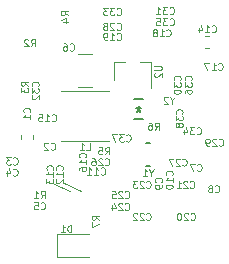
<source format=gbo>
G04 #@! TF.GenerationSoftware,KiCad,Pcbnew,(5.1.5)-3*
G04 #@! TF.CreationDate,2020-04-11T20:19:15+09:00*
G04 #@! TF.ProjectId,imxrt1020-breakout,696d7872-7431-4303-9230-2d627265616b,rev?*
G04 #@! TF.SameCoordinates,Original*
G04 #@! TF.FileFunction,Legend,Bot*
G04 #@! TF.FilePolarity,Positive*
%FSLAX46Y46*%
G04 Gerber Fmt 4.6, Leading zero omitted, Abs format (unit mm)*
G04 Created by KiCad (PCBNEW (5.1.5)-3) date 2020-04-11 20:19:15*
%MOMM*%
%LPD*%
G04 APERTURE LIST*
%ADD10C,0.100000*%
%ADD11C,0.152400*%
%ADD12C,0.120000*%
%ADD13C,0.150000*%
G04 APERTURE END LIST*
D10*
X140550000Y-103850000D02*
X141850000Y-104500000D01*
X141400000Y-103800000D02*
X142800000Y-104500000D01*
D11*
G04 #@! TO.C,Y2*
X147263440Y-96643700D02*
X148096560Y-96643700D01*
X148096560Y-98396300D02*
X147263440Y-98396300D01*
G04 #@! TO.C,Y1*
X148323164Y-100372100D02*
X148616836Y-100372100D01*
X148616836Y-102327900D02*
X148323164Y-102327900D01*
D12*
G04 #@! TO.C,C1*
X138760000Y-100062779D02*
X138760000Y-99737221D01*
X137740000Y-100062779D02*
X137740000Y-99737221D01*
G04 #@! TO.C,C14*
X153327221Y-92340000D02*
X153652779Y-92340000D01*
X153327221Y-91320000D02*
X153652779Y-91320000D01*
G04 #@! TO.C,L1*
X141150000Y-96000000D02*
X145150000Y-96000000D01*
X141150000Y-100200000D02*
X145150000Y-100200000D01*
G04 #@! TO.C,C6*
X143752064Y-92900000D02*
X142547936Y-92900000D01*
X143752064Y-95620000D02*
X142547936Y-95620000D01*
G04 #@! TO.C,D1*
X143460000Y-110050000D02*
X140775000Y-110050000D01*
X140775000Y-110050000D02*
X140775000Y-108130000D01*
X140775000Y-108130000D02*
X143460000Y-108130000D01*
G04 #@! TO.C,U2*
X145600000Y-93570000D02*
X146530000Y-93570000D01*
X148760000Y-93570000D02*
X147830000Y-93570000D01*
X148760000Y-93570000D02*
X148760000Y-95730000D01*
X145600000Y-93570000D02*
X145600000Y-95030000D01*
G04 #@! TO.C,Y2*
D10*
X150535714Y-96785714D02*
X150535714Y-97071428D01*
X150735714Y-96471428D02*
X150535714Y-96785714D01*
X150335714Y-96471428D01*
X150164285Y-96528571D02*
X150135714Y-96500000D01*
X150078571Y-96471428D01*
X149935714Y-96471428D01*
X149878571Y-96500000D01*
X149850000Y-96528571D01*
X149821428Y-96585714D01*
X149821428Y-96642857D01*
X149850000Y-96728571D01*
X150192857Y-97071428D01*
X149821428Y-97071428D01*
D13*
X147680000Y-97302380D02*
X147680000Y-97540476D01*
X147918095Y-97445238D02*
X147680000Y-97540476D01*
X147441904Y-97445238D01*
X147822857Y-97730952D02*
X147680000Y-97540476D01*
X147537142Y-97730952D01*
G04 #@! TO.C,Y1*
D10*
X148755714Y-102935714D02*
X148755714Y-103221428D01*
X148955714Y-102621428D02*
X148755714Y-102935714D01*
X148555714Y-102621428D01*
X148041428Y-103221428D02*
X148384285Y-103221428D01*
X148212857Y-103221428D02*
X148212857Y-102621428D01*
X148270000Y-102707142D01*
X148327142Y-102764285D01*
X148384285Y-102792857D01*
G04 #@! TO.C,C1*
X138464285Y-97800000D02*
X138492857Y-97771428D01*
X138521428Y-97685714D01*
X138521428Y-97628571D01*
X138492857Y-97542857D01*
X138435714Y-97485714D01*
X138378571Y-97457142D01*
X138264285Y-97428571D01*
X138178571Y-97428571D01*
X138064285Y-97457142D01*
X138007142Y-97485714D01*
X137950000Y-97542857D01*
X137921428Y-97628571D01*
X137921428Y-97685714D01*
X137950000Y-97771428D01*
X137978571Y-97800000D01*
X138521428Y-98371428D02*
X138521428Y-98028571D01*
X138521428Y-98200000D02*
X137921428Y-98200000D01*
X138007142Y-98142857D01*
X138064285Y-98085714D01*
X138092857Y-98028571D01*
G04 #@! TO.C,C4*
X137060000Y-103114285D02*
X137088571Y-103142857D01*
X137174285Y-103171428D01*
X137231428Y-103171428D01*
X137317142Y-103142857D01*
X137374285Y-103085714D01*
X137402857Y-103028571D01*
X137431428Y-102914285D01*
X137431428Y-102828571D01*
X137402857Y-102714285D01*
X137374285Y-102657142D01*
X137317142Y-102600000D01*
X137231428Y-102571428D01*
X137174285Y-102571428D01*
X137088571Y-102600000D01*
X137060000Y-102628571D01*
X136545714Y-102771428D02*
X136545714Y-103171428D01*
X136688571Y-102542857D02*
X136831428Y-102971428D01*
X136460000Y-102971428D01*
G04 #@! TO.C,C5*
X139400000Y-105964285D02*
X139428571Y-105992857D01*
X139514285Y-106021428D01*
X139571428Y-106021428D01*
X139657142Y-105992857D01*
X139714285Y-105935714D01*
X139742857Y-105878571D01*
X139771428Y-105764285D01*
X139771428Y-105678571D01*
X139742857Y-105564285D01*
X139714285Y-105507142D01*
X139657142Y-105450000D01*
X139571428Y-105421428D01*
X139514285Y-105421428D01*
X139428571Y-105450000D01*
X139400000Y-105478571D01*
X138857142Y-105421428D02*
X139142857Y-105421428D01*
X139171428Y-105707142D01*
X139142857Y-105678571D01*
X139085714Y-105650000D01*
X138942857Y-105650000D01*
X138885714Y-105678571D01*
X138857142Y-105707142D01*
X138828571Y-105764285D01*
X138828571Y-105907142D01*
X138857142Y-105964285D01*
X138885714Y-105992857D01*
X138942857Y-106021428D01*
X139085714Y-106021428D01*
X139142857Y-105992857D01*
X139171428Y-105964285D01*
G04 #@! TO.C,C8*
X154150000Y-104514285D02*
X154178571Y-104542857D01*
X154264285Y-104571428D01*
X154321428Y-104571428D01*
X154407142Y-104542857D01*
X154464285Y-104485714D01*
X154492857Y-104428571D01*
X154521428Y-104314285D01*
X154521428Y-104228571D01*
X154492857Y-104114285D01*
X154464285Y-104057142D01*
X154407142Y-104000000D01*
X154321428Y-103971428D01*
X154264285Y-103971428D01*
X154178571Y-104000000D01*
X154150000Y-104028571D01*
X153807142Y-104228571D02*
X153864285Y-104200000D01*
X153892857Y-104171428D01*
X153921428Y-104114285D01*
X153921428Y-104085714D01*
X153892857Y-104028571D01*
X153864285Y-104000000D01*
X153807142Y-103971428D01*
X153692857Y-103971428D01*
X153635714Y-104000000D01*
X153607142Y-104028571D01*
X153578571Y-104085714D01*
X153578571Y-104114285D01*
X153607142Y-104171428D01*
X153635714Y-104200000D01*
X153692857Y-104228571D01*
X153807142Y-104228571D01*
X153864285Y-104257142D01*
X153892857Y-104285714D01*
X153921428Y-104342857D01*
X153921428Y-104457142D01*
X153892857Y-104514285D01*
X153864285Y-104542857D01*
X153807142Y-104571428D01*
X153692857Y-104571428D01*
X153635714Y-104542857D01*
X153607142Y-104514285D01*
X153578571Y-104457142D01*
X153578571Y-104342857D01*
X153607142Y-104285714D01*
X153635714Y-104257142D01*
X153692857Y-104228571D01*
G04 #@! TO.C,C10*
X150514285Y-103114285D02*
X150542857Y-103085714D01*
X150571428Y-103000000D01*
X150571428Y-102942857D01*
X150542857Y-102857142D01*
X150485714Y-102800000D01*
X150428571Y-102771428D01*
X150314285Y-102742857D01*
X150228571Y-102742857D01*
X150114285Y-102771428D01*
X150057142Y-102800000D01*
X150000000Y-102857142D01*
X149971428Y-102942857D01*
X149971428Y-103000000D01*
X150000000Y-103085714D01*
X150028571Y-103114285D01*
X150571428Y-103685714D02*
X150571428Y-103342857D01*
X150571428Y-103514285D02*
X149971428Y-103514285D01*
X150057142Y-103457142D01*
X150114285Y-103400000D01*
X150142857Y-103342857D01*
X149971428Y-104057142D02*
X149971428Y-104114285D01*
X150000000Y-104171428D01*
X150028571Y-104200000D01*
X150085714Y-104228571D01*
X150200000Y-104257142D01*
X150342857Y-104257142D01*
X150457142Y-104228571D01*
X150514285Y-104200000D01*
X150542857Y-104171428D01*
X150571428Y-104114285D01*
X150571428Y-104057142D01*
X150542857Y-104000000D01*
X150514285Y-103971428D01*
X150457142Y-103942857D01*
X150342857Y-103914285D01*
X150200000Y-103914285D01*
X150085714Y-103942857D01*
X150028571Y-103971428D01*
X150000000Y-104000000D01*
X149971428Y-104057142D01*
G04 #@! TO.C,C11*
X144485714Y-103014285D02*
X144514285Y-103042857D01*
X144600000Y-103071428D01*
X144657142Y-103071428D01*
X144742857Y-103042857D01*
X144800000Y-102985714D01*
X144828571Y-102928571D01*
X144857142Y-102814285D01*
X144857142Y-102728571D01*
X144828571Y-102614285D01*
X144800000Y-102557142D01*
X144742857Y-102500000D01*
X144657142Y-102471428D01*
X144600000Y-102471428D01*
X144514285Y-102500000D01*
X144485714Y-102528571D01*
X143914285Y-103071428D02*
X144257142Y-103071428D01*
X144085714Y-103071428D02*
X144085714Y-102471428D01*
X144142857Y-102557142D01*
X144200000Y-102614285D01*
X144257142Y-102642857D01*
X143342857Y-103071428D02*
X143685714Y-103071428D01*
X143514285Y-103071428D02*
X143514285Y-102471428D01*
X143571428Y-102557142D01*
X143628571Y-102614285D01*
X143685714Y-102642857D01*
G04 #@! TO.C,C13*
X140414285Y-102664285D02*
X140442857Y-102635714D01*
X140471428Y-102550000D01*
X140471428Y-102492857D01*
X140442857Y-102407142D01*
X140385714Y-102350000D01*
X140328571Y-102321428D01*
X140214285Y-102292857D01*
X140128571Y-102292857D01*
X140014285Y-102321428D01*
X139957142Y-102350000D01*
X139900000Y-102407142D01*
X139871428Y-102492857D01*
X139871428Y-102550000D01*
X139900000Y-102635714D01*
X139928571Y-102664285D01*
X140471428Y-103235714D02*
X140471428Y-102892857D01*
X140471428Y-103064285D02*
X139871428Y-103064285D01*
X139957142Y-103007142D01*
X140014285Y-102950000D01*
X140042857Y-102892857D01*
X139871428Y-103435714D02*
X139871428Y-103807142D01*
X140100000Y-103607142D01*
X140100000Y-103692857D01*
X140128571Y-103750000D01*
X140157142Y-103778571D01*
X140214285Y-103807142D01*
X140357142Y-103807142D01*
X140414285Y-103778571D01*
X140442857Y-103750000D01*
X140471428Y-103692857D01*
X140471428Y-103521428D01*
X140442857Y-103464285D01*
X140414285Y-103435714D01*
G04 #@! TO.C,C14*
X153875714Y-90964285D02*
X153904285Y-90992857D01*
X153990000Y-91021428D01*
X154047142Y-91021428D01*
X154132857Y-90992857D01*
X154190000Y-90935714D01*
X154218571Y-90878571D01*
X154247142Y-90764285D01*
X154247142Y-90678571D01*
X154218571Y-90564285D01*
X154190000Y-90507142D01*
X154132857Y-90450000D01*
X154047142Y-90421428D01*
X153990000Y-90421428D01*
X153904285Y-90450000D01*
X153875714Y-90478571D01*
X153304285Y-91021428D02*
X153647142Y-91021428D01*
X153475714Y-91021428D02*
X153475714Y-90421428D01*
X153532857Y-90507142D01*
X153590000Y-90564285D01*
X153647142Y-90592857D01*
X152790000Y-90621428D02*
X152790000Y-91021428D01*
X152932857Y-90392857D02*
X153075714Y-90821428D01*
X152704285Y-90821428D01*
G04 #@! TO.C,C15*
X140335714Y-98514285D02*
X140364285Y-98542857D01*
X140450000Y-98571428D01*
X140507142Y-98571428D01*
X140592857Y-98542857D01*
X140650000Y-98485714D01*
X140678571Y-98428571D01*
X140707142Y-98314285D01*
X140707142Y-98228571D01*
X140678571Y-98114285D01*
X140650000Y-98057142D01*
X140592857Y-98000000D01*
X140507142Y-97971428D01*
X140450000Y-97971428D01*
X140364285Y-98000000D01*
X140335714Y-98028571D01*
X139764285Y-98571428D02*
X140107142Y-98571428D01*
X139935714Y-98571428D02*
X139935714Y-97971428D01*
X139992857Y-98057142D01*
X140050000Y-98114285D01*
X140107142Y-98142857D01*
X139221428Y-97971428D02*
X139507142Y-97971428D01*
X139535714Y-98257142D01*
X139507142Y-98228571D01*
X139450000Y-98200000D01*
X139307142Y-98200000D01*
X139250000Y-98228571D01*
X139221428Y-98257142D01*
X139192857Y-98314285D01*
X139192857Y-98457142D01*
X139221428Y-98514285D01*
X139250000Y-98542857D01*
X139307142Y-98571428D01*
X139450000Y-98571428D01*
X139507142Y-98542857D01*
X139535714Y-98514285D01*
G04 #@! TO.C,C16*
X143164285Y-101614285D02*
X143192857Y-101585714D01*
X143221428Y-101500000D01*
X143221428Y-101442857D01*
X143192857Y-101357142D01*
X143135714Y-101300000D01*
X143078571Y-101271428D01*
X142964285Y-101242857D01*
X142878571Y-101242857D01*
X142764285Y-101271428D01*
X142707142Y-101300000D01*
X142650000Y-101357142D01*
X142621428Y-101442857D01*
X142621428Y-101500000D01*
X142650000Y-101585714D01*
X142678571Y-101614285D01*
X143221428Y-102185714D02*
X143221428Y-101842857D01*
X143221428Y-102014285D02*
X142621428Y-102014285D01*
X142707142Y-101957142D01*
X142764285Y-101900000D01*
X142792857Y-101842857D01*
X142621428Y-102700000D02*
X142621428Y-102585714D01*
X142650000Y-102528571D01*
X142678571Y-102500000D01*
X142764285Y-102442857D01*
X142878571Y-102414285D01*
X143107142Y-102414285D01*
X143164285Y-102442857D01*
X143192857Y-102471428D01*
X143221428Y-102528571D01*
X143221428Y-102642857D01*
X143192857Y-102700000D01*
X143164285Y-102728571D01*
X143107142Y-102757142D01*
X142964285Y-102757142D01*
X142907142Y-102728571D01*
X142878571Y-102700000D01*
X142850000Y-102642857D01*
X142850000Y-102528571D01*
X142878571Y-102471428D01*
X142907142Y-102442857D01*
X142964285Y-102414285D01*
G04 #@! TO.C,C17*
X154425714Y-94164285D02*
X154454285Y-94192857D01*
X154540000Y-94221428D01*
X154597142Y-94221428D01*
X154682857Y-94192857D01*
X154740000Y-94135714D01*
X154768571Y-94078571D01*
X154797142Y-93964285D01*
X154797142Y-93878571D01*
X154768571Y-93764285D01*
X154740000Y-93707142D01*
X154682857Y-93650000D01*
X154597142Y-93621428D01*
X154540000Y-93621428D01*
X154454285Y-93650000D01*
X154425714Y-93678571D01*
X153854285Y-94221428D02*
X154197142Y-94221428D01*
X154025714Y-94221428D02*
X154025714Y-93621428D01*
X154082857Y-93707142D01*
X154140000Y-93764285D01*
X154197142Y-93792857D01*
X153654285Y-93621428D02*
X153254285Y-93621428D01*
X153511428Y-94221428D01*
G04 #@! TO.C,C18*
X150035714Y-91314285D02*
X150064285Y-91342857D01*
X150150000Y-91371428D01*
X150207142Y-91371428D01*
X150292857Y-91342857D01*
X150350000Y-91285714D01*
X150378571Y-91228571D01*
X150407142Y-91114285D01*
X150407142Y-91028571D01*
X150378571Y-90914285D01*
X150350000Y-90857142D01*
X150292857Y-90800000D01*
X150207142Y-90771428D01*
X150150000Y-90771428D01*
X150064285Y-90800000D01*
X150035714Y-90828571D01*
X149464285Y-91371428D02*
X149807142Y-91371428D01*
X149635714Y-91371428D02*
X149635714Y-90771428D01*
X149692857Y-90857142D01*
X149750000Y-90914285D01*
X149807142Y-90942857D01*
X149121428Y-91028571D02*
X149178571Y-91000000D01*
X149207142Y-90971428D01*
X149235714Y-90914285D01*
X149235714Y-90885714D01*
X149207142Y-90828571D01*
X149178571Y-90800000D01*
X149121428Y-90771428D01*
X149007142Y-90771428D01*
X148950000Y-90800000D01*
X148921428Y-90828571D01*
X148892857Y-90885714D01*
X148892857Y-90914285D01*
X148921428Y-90971428D01*
X148950000Y-91000000D01*
X149007142Y-91028571D01*
X149121428Y-91028571D01*
X149178571Y-91057142D01*
X149207142Y-91085714D01*
X149235714Y-91142857D01*
X149235714Y-91257142D01*
X149207142Y-91314285D01*
X149178571Y-91342857D01*
X149121428Y-91371428D01*
X149007142Y-91371428D01*
X148950000Y-91342857D01*
X148921428Y-91314285D01*
X148892857Y-91257142D01*
X148892857Y-91142857D01*
X148921428Y-91085714D01*
X148950000Y-91057142D01*
X149007142Y-91028571D01*
G04 #@! TO.C,C19*
X145835714Y-91614285D02*
X145864285Y-91642857D01*
X145950000Y-91671428D01*
X146007142Y-91671428D01*
X146092857Y-91642857D01*
X146150000Y-91585714D01*
X146178571Y-91528571D01*
X146207142Y-91414285D01*
X146207142Y-91328571D01*
X146178571Y-91214285D01*
X146150000Y-91157142D01*
X146092857Y-91100000D01*
X146007142Y-91071428D01*
X145950000Y-91071428D01*
X145864285Y-91100000D01*
X145835714Y-91128571D01*
X145264285Y-91671428D02*
X145607142Y-91671428D01*
X145435714Y-91671428D02*
X145435714Y-91071428D01*
X145492857Y-91157142D01*
X145550000Y-91214285D01*
X145607142Y-91242857D01*
X144978571Y-91671428D02*
X144864285Y-91671428D01*
X144807142Y-91642857D01*
X144778571Y-91614285D01*
X144721428Y-91528571D01*
X144692857Y-91414285D01*
X144692857Y-91185714D01*
X144721428Y-91128571D01*
X144750000Y-91100000D01*
X144807142Y-91071428D01*
X144921428Y-91071428D01*
X144978571Y-91100000D01*
X145007142Y-91128571D01*
X145035714Y-91185714D01*
X145035714Y-91328571D01*
X145007142Y-91385714D01*
X144978571Y-91414285D01*
X144921428Y-91442857D01*
X144807142Y-91442857D01*
X144750000Y-91414285D01*
X144721428Y-91385714D01*
X144692857Y-91328571D01*
G04 #@! TO.C,C21*
X152035714Y-104164285D02*
X152064285Y-104192857D01*
X152150000Y-104221428D01*
X152207142Y-104221428D01*
X152292857Y-104192857D01*
X152350000Y-104135714D01*
X152378571Y-104078571D01*
X152407142Y-103964285D01*
X152407142Y-103878571D01*
X152378571Y-103764285D01*
X152350000Y-103707142D01*
X152292857Y-103650000D01*
X152207142Y-103621428D01*
X152150000Y-103621428D01*
X152064285Y-103650000D01*
X152035714Y-103678571D01*
X151807142Y-103678571D02*
X151778571Y-103650000D01*
X151721428Y-103621428D01*
X151578571Y-103621428D01*
X151521428Y-103650000D01*
X151492857Y-103678571D01*
X151464285Y-103735714D01*
X151464285Y-103792857D01*
X151492857Y-103878571D01*
X151835714Y-104221428D01*
X151464285Y-104221428D01*
X150892857Y-104221428D02*
X151235714Y-104221428D01*
X151064285Y-104221428D02*
X151064285Y-103621428D01*
X151121428Y-103707142D01*
X151178571Y-103764285D01*
X151235714Y-103792857D01*
G04 #@! TO.C,C23*
X148335714Y-104164285D02*
X148364285Y-104192857D01*
X148450000Y-104221428D01*
X148507142Y-104221428D01*
X148592857Y-104192857D01*
X148650000Y-104135714D01*
X148678571Y-104078571D01*
X148707142Y-103964285D01*
X148707142Y-103878571D01*
X148678571Y-103764285D01*
X148650000Y-103707142D01*
X148592857Y-103650000D01*
X148507142Y-103621428D01*
X148450000Y-103621428D01*
X148364285Y-103650000D01*
X148335714Y-103678571D01*
X148107142Y-103678571D02*
X148078571Y-103650000D01*
X148021428Y-103621428D01*
X147878571Y-103621428D01*
X147821428Y-103650000D01*
X147792857Y-103678571D01*
X147764285Y-103735714D01*
X147764285Y-103792857D01*
X147792857Y-103878571D01*
X148135714Y-104221428D01*
X147764285Y-104221428D01*
X147564285Y-103621428D02*
X147192857Y-103621428D01*
X147392857Y-103850000D01*
X147307142Y-103850000D01*
X147250000Y-103878571D01*
X147221428Y-103907142D01*
X147192857Y-103964285D01*
X147192857Y-104107142D01*
X147221428Y-104164285D01*
X147250000Y-104192857D01*
X147307142Y-104221428D01*
X147478571Y-104221428D01*
X147535714Y-104192857D01*
X147564285Y-104164285D01*
G04 #@! TO.C,C25*
X146535714Y-105014285D02*
X146564285Y-105042857D01*
X146650000Y-105071428D01*
X146707142Y-105071428D01*
X146792857Y-105042857D01*
X146850000Y-104985714D01*
X146878571Y-104928571D01*
X146907142Y-104814285D01*
X146907142Y-104728571D01*
X146878571Y-104614285D01*
X146850000Y-104557142D01*
X146792857Y-104500000D01*
X146707142Y-104471428D01*
X146650000Y-104471428D01*
X146564285Y-104500000D01*
X146535714Y-104528571D01*
X146307142Y-104528571D02*
X146278571Y-104500000D01*
X146221428Y-104471428D01*
X146078571Y-104471428D01*
X146021428Y-104500000D01*
X145992857Y-104528571D01*
X145964285Y-104585714D01*
X145964285Y-104642857D01*
X145992857Y-104728571D01*
X146335714Y-105071428D01*
X145964285Y-105071428D01*
X145421428Y-104471428D02*
X145707142Y-104471428D01*
X145735714Y-104757142D01*
X145707142Y-104728571D01*
X145650000Y-104700000D01*
X145507142Y-104700000D01*
X145450000Y-104728571D01*
X145421428Y-104757142D01*
X145392857Y-104814285D01*
X145392857Y-104957142D01*
X145421428Y-105014285D01*
X145450000Y-105042857D01*
X145507142Y-105071428D01*
X145650000Y-105071428D01*
X145707142Y-105042857D01*
X145735714Y-105014285D01*
G04 #@! TO.C,C2*
X140250000Y-100914285D02*
X140278571Y-100942857D01*
X140364285Y-100971428D01*
X140421428Y-100971428D01*
X140507142Y-100942857D01*
X140564285Y-100885714D01*
X140592857Y-100828571D01*
X140621428Y-100714285D01*
X140621428Y-100628571D01*
X140592857Y-100514285D01*
X140564285Y-100457142D01*
X140507142Y-100400000D01*
X140421428Y-100371428D01*
X140364285Y-100371428D01*
X140278571Y-100400000D01*
X140250000Y-100428571D01*
X140021428Y-100428571D02*
X139992857Y-100400000D01*
X139935714Y-100371428D01*
X139792857Y-100371428D01*
X139735714Y-100400000D01*
X139707142Y-100428571D01*
X139678571Y-100485714D01*
X139678571Y-100542857D01*
X139707142Y-100628571D01*
X140050000Y-100971428D01*
X139678571Y-100971428D01*
G04 #@! TO.C,C3*
X137060000Y-102164285D02*
X137088571Y-102192857D01*
X137174285Y-102221428D01*
X137231428Y-102221428D01*
X137317142Y-102192857D01*
X137374285Y-102135714D01*
X137402857Y-102078571D01*
X137431428Y-101964285D01*
X137431428Y-101878571D01*
X137402857Y-101764285D01*
X137374285Y-101707142D01*
X137317142Y-101650000D01*
X137231428Y-101621428D01*
X137174285Y-101621428D01*
X137088571Y-101650000D01*
X137060000Y-101678571D01*
X136860000Y-101621428D02*
X136488571Y-101621428D01*
X136688571Y-101850000D01*
X136602857Y-101850000D01*
X136545714Y-101878571D01*
X136517142Y-101907142D01*
X136488571Y-101964285D01*
X136488571Y-102107142D01*
X136517142Y-102164285D01*
X136545714Y-102192857D01*
X136602857Y-102221428D01*
X136774285Y-102221428D01*
X136831428Y-102192857D01*
X136860000Y-102164285D01*
G04 #@! TO.C,C7*
X152650000Y-102714285D02*
X152678571Y-102742857D01*
X152764285Y-102771428D01*
X152821428Y-102771428D01*
X152907142Y-102742857D01*
X152964285Y-102685714D01*
X152992857Y-102628571D01*
X153021428Y-102514285D01*
X153021428Y-102428571D01*
X152992857Y-102314285D01*
X152964285Y-102257142D01*
X152907142Y-102200000D01*
X152821428Y-102171428D01*
X152764285Y-102171428D01*
X152678571Y-102200000D01*
X152650000Y-102228571D01*
X152450000Y-102171428D02*
X152050000Y-102171428D01*
X152307142Y-102771428D01*
G04 #@! TO.C,C9*
X149614285Y-103700000D02*
X149642857Y-103671428D01*
X149671428Y-103585714D01*
X149671428Y-103528571D01*
X149642857Y-103442857D01*
X149585714Y-103385714D01*
X149528571Y-103357142D01*
X149414285Y-103328571D01*
X149328571Y-103328571D01*
X149214285Y-103357142D01*
X149157142Y-103385714D01*
X149100000Y-103442857D01*
X149071428Y-103528571D01*
X149071428Y-103585714D01*
X149100000Y-103671428D01*
X149128571Y-103700000D01*
X149671428Y-103985714D02*
X149671428Y-104100000D01*
X149642857Y-104157142D01*
X149614285Y-104185714D01*
X149528571Y-104242857D01*
X149414285Y-104271428D01*
X149185714Y-104271428D01*
X149128571Y-104242857D01*
X149100000Y-104214285D01*
X149071428Y-104157142D01*
X149071428Y-104042857D01*
X149100000Y-103985714D01*
X149128571Y-103957142D01*
X149185714Y-103928571D01*
X149328571Y-103928571D01*
X149385714Y-103957142D01*
X149414285Y-103985714D01*
X149442857Y-104042857D01*
X149442857Y-104157142D01*
X149414285Y-104214285D01*
X149385714Y-104242857D01*
X149328571Y-104271428D01*
G04 #@! TO.C,C12*
X141214285Y-102664285D02*
X141242857Y-102635714D01*
X141271428Y-102550000D01*
X141271428Y-102492857D01*
X141242857Y-102407142D01*
X141185714Y-102350000D01*
X141128571Y-102321428D01*
X141014285Y-102292857D01*
X140928571Y-102292857D01*
X140814285Y-102321428D01*
X140757142Y-102350000D01*
X140700000Y-102407142D01*
X140671428Y-102492857D01*
X140671428Y-102550000D01*
X140700000Y-102635714D01*
X140728571Y-102664285D01*
X141271428Y-103235714D02*
X141271428Y-102892857D01*
X141271428Y-103064285D02*
X140671428Y-103064285D01*
X140757142Y-103007142D01*
X140814285Y-102950000D01*
X140842857Y-102892857D01*
X140728571Y-103464285D02*
X140700000Y-103492857D01*
X140671428Y-103550000D01*
X140671428Y-103692857D01*
X140700000Y-103750000D01*
X140728571Y-103778571D01*
X140785714Y-103807142D01*
X140842857Y-103807142D01*
X140928571Y-103778571D01*
X141271428Y-103435714D01*
X141271428Y-103807142D01*
G04 #@! TO.C,C20*
X152085714Y-106864285D02*
X152114285Y-106892857D01*
X152200000Y-106921428D01*
X152257142Y-106921428D01*
X152342857Y-106892857D01*
X152400000Y-106835714D01*
X152428571Y-106778571D01*
X152457142Y-106664285D01*
X152457142Y-106578571D01*
X152428571Y-106464285D01*
X152400000Y-106407142D01*
X152342857Y-106350000D01*
X152257142Y-106321428D01*
X152200000Y-106321428D01*
X152114285Y-106350000D01*
X152085714Y-106378571D01*
X151857142Y-106378571D02*
X151828571Y-106350000D01*
X151771428Y-106321428D01*
X151628571Y-106321428D01*
X151571428Y-106350000D01*
X151542857Y-106378571D01*
X151514285Y-106435714D01*
X151514285Y-106492857D01*
X151542857Y-106578571D01*
X151885714Y-106921428D01*
X151514285Y-106921428D01*
X151142857Y-106321428D02*
X151085714Y-106321428D01*
X151028571Y-106350000D01*
X151000000Y-106378571D01*
X150971428Y-106435714D01*
X150942857Y-106550000D01*
X150942857Y-106692857D01*
X150971428Y-106807142D01*
X151000000Y-106864285D01*
X151028571Y-106892857D01*
X151085714Y-106921428D01*
X151142857Y-106921428D01*
X151200000Y-106892857D01*
X151228571Y-106864285D01*
X151257142Y-106807142D01*
X151285714Y-106692857D01*
X151285714Y-106550000D01*
X151257142Y-106435714D01*
X151228571Y-106378571D01*
X151200000Y-106350000D01*
X151142857Y-106321428D01*
G04 #@! TO.C,C22*
X148335714Y-106864285D02*
X148364285Y-106892857D01*
X148450000Y-106921428D01*
X148507142Y-106921428D01*
X148592857Y-106892857D01*
X148650000Y-106835714D01*
X148678571Y-106778571D01*
X148707142Y-106664285D01*
X148707142Y-106578571D01*
X148678571Y-106464285D01*
X148650000Y-106407142D01*
X148592857Y-106350000D01*
X148507142Y-106321428D01*
X148450000Y-106321428D01*
X148364285Y-106350000D01*
X148335714Y-106378571D01*
X148107142Y-106378571D02*
X148078571Y-106350000D01*
X148021428Y-106321428D01*
X147878571Y-106321428D01*
X147821428Y-106350000D01*
X147792857Y-106378571D01*
X147764285Y-106435714D01*
X147764285Y-106492857D01*
X147792857Y-106578571D01*
X148135714Y-106921428D01*
X147764285Y-106921428D01*
X147535714Y-106378571D02*
X147507142Y-106350000D01*
X147450000Y-106321428D01*
X147307142Y-106321428D01*
X147250000Y-106350000D01*
X147221428Y-106378571D01*
X147192857Y-106435714D01*
X147192857Y-106492857D01*
X147221428Y-106578571D01*
X147564285Y-106921428D01*
X147192857Y-106921428D01*
G04 #@! TO.C,C24*
X146535714Y-106014285D02*
X146564285Y-106042857D01*
X146650000Y-106071428D01*
X146707142Y-106071428D01*
X146792857Y-106042857D01*
X146850000Y-105985714D01*
X146878571Y-105928571D01*
X146907142Y-105814285D01*
X146907142Y-105728571D01*
X146878571Y-105614285D01*
X146850000Y-105557142D01*
X146792857Y-105500000D01*
X146707142Y-105471428D01*
X146650000Y-105471428D01*
X146564285Y-105500000D01*
X146535714Y-105528571D01*
X146307142Y-105528571D02*
X146278571Y-105500000D01*
X146221428Y-105471428D01*
X146078571Y-105471428D01*
X146021428Y-105500000D01*
X145992857Y-105528571D01*
X145964285Y-105585714D01*
X145964285Y-105642857D01*
X145992857Y-105728571D01*
X146335714Y-106071428D01*
X145964285Y-106071428D01*
X145450000Y-105671428D02*
X145450000Y-106071428D01*
X145592857Y-105442857D02*
X145735714Y-105871428D01*
X145364285Y-105871428D01*
G04 #@! TO.C,R1*
X139400000Y-105071428D02*
X139600000Y-104785714D01*
X139742857Y-105071428D02*
X139742857Y-104471428D01*
X139514285Y-104471428D01*
X139457142Y-104500000D01*
X139428571Y-104528571D01*
X139400000Y-104585714D01*
X139400000Y-104671428D01*
X139428571Y-104728571D01*
X139457142Y-104757142D01*
X139514285Y-104785714D01*
X139742857Y-104785714D01*
X138828571Y-105071428D02*
X139171428Y-105071428D01*
X139000000Y-105071428D02*
X139000000Y-104471428D01*
X139057142Y-104557142D01*
X139114285Y-104614285D01*
X139171428Y-104642857D01*
G04 #@! TO.C,R2*
X138560000Y-92221428D02*
X138760000Y-91935714D01*
X138902857Y-92221428D02*
X138902857Y-91621428D01*
X138674285Y-91621428D01*
X138617142Y-91650000D01*
X138588571Y-91678571D01*
X138560000Y-91735714D01*
X138560000Y-91821428D01*
X138588571Y-91878571D01*
X138617142Y-91907142D01*
X138674285Y-91935714D01*
X138902857Y-91935714D01*
X138331428Y-91678571D02*
X138302857Y-91650000D01*
X138245714Y-91621428D01*
X138102857Y-91621428D01*
X138045714Y-91650000D01*
X138017142Y-91678571D01*
X137988571Y-91735714D01*
X137988571Y-91792857D01*
X138017142Y-91878571D01*
X138360000Y-92221428D01*
X137988571Y-92221428D01*
G04 #@! TO.C,R3*
X138321428Y-95550000D02*
X138035714Y-95350000D01*
X138321428Y-95207142D02*
X137721428Y-95207142D01*
X137721428Y-95435714D01*
X137750000Y-95492857D01*
X137778571Y-95521428D01*
X137835714Y-95550000D01*
X137921428Y-95550000D01*
X137978571Y-95521428D01*
X138007142Y-95492857D01*
X138035714Y-95435714D01*
X138035714Y-95207142D01*
X137721428Y-95750000D02*
X137721428Y-96121428D01*
X137950000Y-95921428D01*
X137950000Y-96007142D01*
X137978571Y-96064285D01*
X138007142Y-96092857D01*
X138064285Y-96121428D01*
X138207142Y-96121428D01*
X138264285Y-96092857D01*
X138292857Y-96064285D01*
X138321428Y-96007142D01*
X138321428Y-95835714D01*
X138292857Y-95778571D01*
X138264285Y-95750000D01*
G04 #@! TO.C,R4*
X141721428Y-89600000D02*
X141435714Y-89400000D01*
X141721428Y-89257142D02*
X141121428Y-89257142D01*
X141121428Y-89485714D01*
X141150000Y-89542857D01*
X141178571Y-89571428D01*
X141235714Y-89600000D01*
X141321428Y-89600000D01*
X141378571Y-89571428D01*
X141407142Y-89542857D01*
X141435714Y-89485714D01*
X141435714Y-89257142D01*
X141321428Y-90114285D02*
X141721428Y-90114285D01*
X141092857Y-89971428D02*
X141521428Y-89828571D01*
X141521428Y-90200000D01*
G04 #@! TO.C,L1*
X143250000Y-101021428D02*
X143535714Y-101021428D01*
X143535714Y-100421428D01*
X142735714Y-101021428D02*
X143078571Y-101021428D01*
X142907142Y-101021428D02*
X142907142Y-100421428D01*
X142964285Y-100507142D01*
X143021428Y-100564285D01*
X143078571Y-100592857D01*
G04 #@! TO.C,C6*
X141850000Y-92514285D02*
X141878571Y-92542857D01*
X141964285Y-92571428D01*
X142021428Y-92571428D01*
X142107142Y-92542857D01*
X142164285Y-92485714D01*
X142192857Y-92428571D01*
X142221428Y-92314285D01*
X142221428Y-92228571D01*
X142192857Y-92114285D01*
X142164285Y-92057142D01*
X142107142Y-92000000D01*
X142021428Y-91971428D01*
X141964285Y-91971428D01*
X141878571Y-92000000D01*
X141850000Y-92028571D01*
X141335714Y-91971428D02*
X141450000Y-91971428D01*
X141507142Y-92000000D01*
X141535714Y-92028571D01*
X141592857Y-92114285D01*
X141621428Y-92228571D01*
X141621428Y-92457142D01*
X141592857Y-92514285D01*
X141564285Y-92542857D01*
X141507142Y-92571428D01*
X141392857Y-92571428D01*
X141335714Y-92542857D01*
X141307142Y-92514285D01*
X141278571Y-92457142D01*
X141278571Y-92314285D01*
X141307142Y-92257142D01*
X141335714Y-92228571D01*
X141392857Y-92200000D01*
X141507142Y-92200000D01*
X141564285Y-92228571D01*
X141592857Y-92257142D01*
X141621428Y-92314285D01*
G04 #@! TO.C,C26*
X144835714Y-102244285D02*
X144864285Y-102272857D01*
X144950000Y-102301428D01*
X145007142Y-102301428D01*
X145092857Y-102272857D01*
X145150000Y-102215714D01*
X145178571Y-102158571D01*
X145207142Y-102044285D01*
X145207142Y-101958571D01*
X145178571Y-101844285D01*
X145150000Y-101787142D01*
X145092857Y-101730000D01*
X145007142Y-101701428D01*
X144950000Y-101701428D01*
X144864285Y-101730000D01*
X144835714Y-101758571D01*
X144607142Y-101758571D02*
X144578571Y-101730000D01*
X144521428Y-101701428D01*
X144378571Y-101701428D01*
X144321428Y-101730000D01*
X144292857Y-101758571D01*
X144264285Y-101815714D01*
X144264285Y-101872857D01*
X144292857Y-101958571D01*
X144635714Y-102301428D01*
X144264285Y-102301428D01*
X143750000Y-101701428D02*
X143864285Y-101701428D01*
X143921428Y-101730000D01*
X143950000Y-101758571D01*
X144007142Y-101844285D01*
X144035714Y-101958571D01*
X144035714Y-102187142D01*
X144007142Y-102244285D01*
X143978571Y-102272857D01*
X143921428Y-102301428D01*
X143807142Y-102301428D01*
X143750000Y-102272857D01*
X143721428Y-102244285D01*
X143692857Y-102187142D01*
X143692857Y-102044285D01*
X143721428Y-101987142D01*
X143750000Y-101958571D01*
X143807142Y-101930000D01*
X143921428Y-101930000D01*
X143978571Y-101958571D01*
X144007142Y-101987142D01*
X144035714Y-102044285D01*
G04 #@! TO.C,C27*
X151385714Y-102264285D02*
X151414285Y-102292857D01*
X151500000Y-102321428D01*
X151557142Y-102321428D01*
X151642857Y-102292857D01*
X151700000Y-102235714D01*
X151728571Y-102178571D01*
X151757142Y-102064285D01*
X151757142Y-101978571D01*
X151728571Y-101864285D01*
X151700000Y-101807142D01*
X151642857Y-101750000D01*
X151557142Y-101721428D01*
X151500000Y-101721428D01*
X151414285Y-101750000D01*
X151385714Y-101778571D01*
X151157142Y-101778571D02*
X151128571Y-101750000D01*
X151071428Y-101721428D01*
X150928571Y-101721428D01*
X150871428Y-101750000D01*
X150842857Y-101778571D01*
X150814285Y-101835714D01*
X150814285Y-101892857D01*
X150842857Y-101978571D01*
X151185714Y-102321428D01*
X150814285Y-102321428D01*
X150614285Y-101721428D02*
X150214285Y-101721428D01*
X150471428Y-102321428D01*
G04 #@! TO.C,R5*
X144850000Y-101361428D02*
X145050000Y-101075714D01*
X145192857Y-101361428D02*
X145192857Y-100761428D01*
X144964285Y-100761428D01*
X144907142Y-100790000D01*
X144878571Y-100818571D01*
X144850000Y-100875714D01*
X144850000Y-100961428D01*
X144878571Y-101018571D01*
X144907142Y-101047142D01*
X144964285Y-101075714D01*
X145192857Y-101075714D01*
X144307142Y-100761428D02*
X144592857Y-100761428D01*
X144621428Y-101047142D01*
X144592857Y-101018571D01*
X144535714Y-100990000D01*
X144392857Y-100990000D01*
X144335714Y-101018571D01*
X144307142Y-101047142D01*
X144278571Y-101104285D01*
X144278571Y-101247142D01*
X144307142Y-101304285D01*
X144335714Y-101332857D01*
X144392857Y-101361428D01*
X144535714Y-101361428D01*
X144592857Y-101332857D01*
X144621428Y-101304285D01*
G04 #@! TO.C,R6*
X149050000Y-99271428D02*
X149250000Y-98985714D01*
X149392857Y-99271428D02*
X149392857Y-98671428D01*
X149164285Y-98671428D01*
X149107142Y-98700000D01*
X149078571Y-98728571D01*
X149050000Y-98785714D01*
X149050000Y-98871428D01*
X149078571Y-98928571D01*
X149107142Y-98957142D01*
X149164285Y-98985714D01*
X149392857Y-98985714D01*
X148535714Y-98671428D02*
X148650000Y-98671428D01*
X148707142Y-98700000D01*
X148735714Y-98728571D01*
X148792857Y-98814285D01*
X148821428Y-98928571D01*
X148821428Y-99157142D01*
X148792857Y-99214285D01*
X148764285Y-99242857D01*
X148707142Y-99271428D01*
X148592857Y-99271428D01*
X148535714Y-99242857D01*
X148507142Y-99214285D01*
X148478571Y-99157142D01*
X148478571Y-99014285D01*
X148507142Y-98957142D01*
X148535714Y-98928571D01*
X148592857Y-98900000D01*
X148707142Y-98900000D01*
X148764285Y-98928571D01*
X148792857Y-98957142D01*
X148821428Y-99014285D01*
G04 #@! TO.C,C28*
X145835714Y-90764285D02*
X145864285Y-90792857D01*
X145950000Y-90821428D01*
X146007142Y-90821428D01*
X146092857Y-90792857D01*
X146150000Y-90735714D01*
X146178571Y-90678571D01*
X146207142Y-90564285D01*
X146207142Y-90478571D01*
X146178571Y-90364285D01*
X146150000Y-90307142D01*
X146092857Y-90250000D01*
X146007142Y-90221428D01*
X145950000Y-90221428D01*
X145864285Y-90250000D01*
X145835714Y-90278571D01*
X145607142Y-90278571D02*
X145578571Y-90250000D01*
X145521428Y-90221428D01*
X145378571Y-90221428D01*
X145321428Y-90250000D01*
X145292857Y-90278571D01*
X145264285Y-90335714D01*
X145264285Y-90392857D01*
X145292857Y-90478571D01*
X145635714Y-90821428D01*
X145264285Y-90821428D01*
X144921428Y-90478571D02*
X144978571Y-90450000D01*
X145007142Y-90421428D01*
X145035714Y-90364285D01*
X145035714Y-90335714D01*
X145007142Y-90278571D01*
X144978571Y-90250000D01*
X144921428Y-90221428D01*
X144807142Y-90221428D01*
X144750000Y-90250000D01*
X144721428Y-90278571D01*
X144692857Y-90335714D01*
X144692857Y-90364285D01*
X144721428Y-90421428D01*
X144750000Y-90450000D01*
X144807142Y-90478571D01*
X144921428Y-90478571D01*
X144978571Y-90507142D01*
X145007142Y-90535714D01*
X145035714Y-90592857D01*
X145035714Y-90707142D01*
X145007142Y-90764285D01*
X144978571Y-90792857D01*
X144921428Y-90821428D01*
X144807142Y-90821428D01*
X144750000Y-90792857D01*
X144721428Y-90764285D01*
X144692857Y-90707142D01*
X144692857Y-90592857D01*
X144721428Y-90535714D01*
X144750000Y-90507142D01*
X144807142Y-90478571D01*
G04 #@! TO.C,C29*
X154485714Y-100564285D02*
X154514285Y-100592857D01*
X154600000Y-100621428D01*
X154657142Y-100621428D01*
X154742857Y-100592857D01*
X154800000Y-100535714D01*
X154828571Y-100478571D01*
X154857142Y-100364285D01*
X154857142Y-100278571D01*
X154828571Y-100164285D01*
X154800000Y-100107142D01*
X154742857Y-100050000D01*
X154657142Y-100021428D01*
X154600000Y-100021428D01*
X154514285Y-100050000D01*
X154485714Y-100078571D01*
X154257142Y-100078571D02*
X154228571Y-100050000D01*
X154171428Y-100021428D01*
X154028571Y-100021428D01*
X153971428Y-100050000D01*
X153942857Y-100078571D01*
X153914285Y-100135714D01*
X153914285Y-100192857D01*
X153942857Y-100278571D01*
X154285714Y-100621428D01*
X153914285Y-100621428D01*
X153628571Y-100621428D02*
X153514285Y-100621428D01*
X153457142Y-100592857D01*
X153428571Y-100564285D01*
X153371428Y-100478571D01*
X153342857Y-100364285D01*
X153342857Y-100135714D01*
X153371428Y-100078571D01*
X153400000Y-100050000D01*
X153457142Y-100021428D01*
X153571428Y-100021428D01*
X153628571Y-100050000D01*
X153657142Y-100078571D01*
X153685714Y-100135714D01*
X153685714Y-100278571D01*
X153657142Y-100335714D01*
X153628571Y-100364285D01*
X153571428Y-100392857D01*
X153457142Y-100392857D01*
X153400000Y-100364285D01*
X153371428Y-100335714D01*
X153342857Y-100278571D01*
G04 #@! TO.C,C30*
X151184285Y-95074285D02*
X151212857Y-95045714D01*
X151241428Y-94960000D01*
X151241428Y-94902857D01*
X151212857Y-94817142D01*
X151155714Y-94760000D01*
X151098571Y-94731428D01*
X150984285Y-94702857D01*
X150898571Y-94702857D01*
X150784285Y-94731428D01*
X150727142Y-94760000D01*
X150670000Y-94817142D01*
X150641428Y-94902857D01*
X150641428Y-94960000D01*
X150670000Y-95045714D01*
X150698571Y-95074285D01*
X150641428Y-95274285D02*
X150641428Y-95645714D01*
X150870000Y-95445714D01*
X150870000Y-95531428D01*
X150898571Y-95588571D01*
X150927142Y-95617142D01*
X150984285Y-95645714D01*
X151127142Y-95645714D01*
X151184285Y-95617142D01*
X151212857Y-95588571D01*
X151241428Y-95531428D01*
X151241428Y-95360000D01*
X151212857Y-95302857D01*
X151184285Y-95274285D01*
X150641428Y-96017142D02*
X150641428Y-96074285D01*
X150670000Y-96131428D01*
X150698571Y-96160000D01*
X150755714Y-96188571D01*
X150870000Y-96217142D01*
X151012857Y-96217142D01*
X151127142Y-96188571D01*
X151184285Y-96160000D01*
X151212857Y-96131428D01*
X151241428Y-96074285D01*
X151241428Y-96017142D01*
X151212857Y-95960000D01*
X151184285Y-95931428D01*
X151127142Y-95902857D01*
X151012857Y-95874285D01*
X150870000Y-95874285D01*
X150755714Y-95902857D01*
X150698571Y-95931428D01*
X150670000Y-95960000D01*
X150641428Y-96017142D01*
G04 #@! TO.C,C31*
X150305714Y-89434285D02*
X150334285Y-89462857D01*
X150420000Y-89491428D01*
X150477142Y-89491428D01*
X150562857Y-89462857D01*
X150620000Y-89405714D01*
X150648571Y-89348571D01*
X150677142Y-89234285D01*
X150677142Y-89148571D01*
X150648571Y-89034285D01*
X150620000Y-88977142D01*
X150562857Y-88920000D01*
X150477142Y-88891428D01*
X150420000Y-88891428D01*
X150334285Y-88920000D01*
X150305714Y-88948571D01*
X150105714Y-88891428D02*
X149734285Y-88891428D01*
X149934285Y-89120000D01*
X149848571Y-89120000D01*
X149791428Y-89148571D01*
X149762857Y-89177142D01*
X149734285Y-89234285D01*
X149734285Y-89377142D01*
X149762857Y-89434285D01*
X149791428Y-89462857D01*
X149848571Y-89491428D01*
X150020000Y-89491428D01*
X150077142Y-89462857D01*
X150105714Y-89434285D01*
X149162857Y-89491428D02*
X149505714Y-89491428D01*
X149334285Y-89491428D02*
X149334285Y-88891428D01*
X149391428Y-88977142D01*
X149448571Y-89034285D01*
X149505714Y-89062857D01*
G04 #@! TO.C,C32*
X139164285Y-95564285D02*
X139192857Y-95535714D01*
X139221428Y-95450000D01*
X139221428Y-95392857D01*
X139192857Y-95307142D01*
X139135714Y-95250000D01*
X139078571Y-95221428D01*
X138964285Y-95192857D01*
X138878571Y-95192857D01*
X138764285Y-95221428D01*
X138707142Y-95250000D01*
X138650000Y-95307142D01*
X138621428Y-95392857D01*
X138621428Y-95450000D01*
X138650000Y-95535714D01*
X138678571Y-95564285D01*
X138621428Y-95764285D02*
X138621428Y-96135714D01*
X138850000Y-95935714D01*
X138850000Y-96021428D01*
X138878571Y-96078571D01*
X138907142Y-96107142D01*
X138964285Y-96135714D01*
X139107142Y-96135714D01*
X139164285Y-96107142D01*
X139192857Y-96078571D01*
X139221428Y-96021428D01*
X139221428Y-95850000D01*
X139192857Y-95792857D01*
X139164285Y-95764285D01*
X138678571Y-96364285D02*
X138650000Y-96392857D01*
X138621428Y-96450000D01*
X138621428Y-96592857D01*
X138650000Y-96650000D01*
X138678571Y-96678571D01*
X138735714Y-96707142D01*
X138792857Y-96707142D01*
X138878571Y-96678571D01*
X139221428Y-96335714D01*
X139221428Y-96707142D01*
G04 #@! TO.C,C33*
X145835714Y-89514285D02*
X145864285Y-89542857D01*
X145950000Y-89571428D01*
X146007142Y-89571428D01*
X146092857Y-89542857D01*
X146150000Y-89485714D01*
X146178571Y-89428571D01*
X146207142Y-89314285D01*
X146207142Y-89228571D01*
X146178571Y-89114285D01*
X146150000Y-89057142D01*
X146092857Y-89000000D01*
X146007142Y-88971428D01*
X145950000Y-88971428D01*
X145864285Y-89000000D01*
X145835714Y-89028571D01*
X145635714Y-88971428D02*
X145264285Y-88971428D01*
X145464285Y-89200000D01*
X145378571Y-89200000D01*
X145321428Y-89228571D01*
X145292857Y-89257142D01*
X145264285Y-89314285D01*
X145264285Y-89457142D01*
X145292857Y-89514285D01*
X145321428Y-89542857D01*
X145378571Y-89571428D01*
X145550000Y-89571428D01*
X145607142Y-89542857D01*
X145635714Y-89514285D01*
X145064285Y-88971428D02*
X144692857Y-88971428D01*
X144892857Y-89200000D01*
X144807142Y-89200000D01*
X144750000Y-89228571D01*
X144721428Y-89257142D01*
X144692857Y-89314285D01*
X144692857Y-89457142D01*
X144721428Y-89514285D01*
X144750000Y-89542857D01*
X144807142Y-89571428D01*
X144978571Y-89571428D01*
X145035714Y-89542857D01*
X145064285Y-89514285D01*
G04 #@! TO.C,C34*
X152595714Y-99614285D02*
X152624285Y-99642857D01*
X152710000Y-99671428D01*
X152767142Y-99671428D01*
X152852857Y-99642857D01*
X152910000Y-99585714D01*
X152938571Y-99528571D01*
X152967142Y-99414285D01*
X152967142Y-99328571D01*
X152938571Y-99214285D01*
X152910000Y-99157142D01*
X152852857Y-99100000D01*
X152767142Y-99071428D01*
X152710000Y-99071428D01*
X152624285Y-99100000D01*
X152595714Y-99128571D01*
X152395714Y-99071428D02*
X152024285Y-99071428D01*
X152224285Y-99300000D01*
X152138571Y-99300000D01*
X152081428Y-99328571D01*
X152052857Y-99357142D01*
X152024285Y-99414285D01*
X152024285Y-99557142D01*
X152052857Y-99614285D01*
X152081428Y-99642857D01*
X152138571Y-99671428D01*
X152310000Y-99671428D01*
X152367142Y-99642857D01*
X152395714Y-99614285D01*
X151510000Y-99271428D02*
X151510000Y-99671428D01*
X151652857Y-99042857D02*
X151795714Y-99471428D01*
X151424285Y-99471428D01*
G04 #@! TO.C,C35*
X150305714Y-90374285D02*
X150334285Y-90402857D01*
X150420000Y-90431428D01*
X150477142Y-90431428D01*
X150562857Y-90402857D01*
X150620000Y-90345714D01*
X150648571Y-90288571D01*
X150677142Y-90174285D01*
X150677142Y-90088571D01*
X150648571Y-89974285D01*
X150620000Y-89917142D01*
X150562857Y-89860000D01*
X150477142Y-89831428D01*
X150420000Y-89831428D01*
X150334285Y-89860000D01*
X150305714Y-89888571D01*
X150105714Y-89831428D02*
X149734285Y-89831428D01*
X149934285Y-90060000D01*
X149848571Y-90060000D01*
X149791428Y-90088571D01*
X149762857Y-90117142D01*
X149734285Y-90174285D01*
X149734285Y-90317142D01*
X149762857Y-90374285D01*
X149791428Y-90402857D01*
X149848571Y-90431428D01*
X150020000Y-90431428D01*
X150077142Y-90402857D01*
X150105714Y-90374285D01*
X149191428Y-89831428D02*
X149477142Y-89831428D01*
X149505714Y-90117142D01*
X149477142Y-90088571D01*
X149420000Y-90060000D01*
X149277142Y-90060000D01*
X149220000Y-90088571D01*
X149191428Y-90117142D01*
X149162857Y-90174285D01*
X149162857Y-90317142D01*
X149191428Y-90374285D01*
X149220000Y-90402857D01*
X149277142Y-90431428D01*
X149420000Y-90431428D01*
X149477142Y-90402857D01*
X149505714Y-90374285D01*
G04 #@! TO.C,C36*
X152124285Y-95074285D02*
X152152857Y-95045714D01*
X152181428Y-94960000D01*
X152181428Y-94902857D01*
X152152857Y-94817142D01*
X152095714Y-94760000D01*
X152038571Y-94731428D01*
X151924285Y-94702857D01*
X151838571Y-94702857D01*
X151724285Y-94731428D01*
X151667142Y-94760000D01*
X151610000Y-94817142D01*
X151581428Y-94902857D01*
X151581428Y-94960000D01*
X151610000Y-95045714D01*
X151638571Y-95074285D01*
X151581428Y-95274285D02*
X151581428Y-95645714D01*
X151810000Y-95445714D01*
X151810000Y-95531428D01*
X151838571Y-95588571D01*
X151867142Y-95617142D01*
X151924285Y-95645714D01*
X152067142Y-95645714D01*
X152124285Y-95617142D01*
X152152857Y-95588571D01*
X152181428Y-95531428D01*
X152181428Y-95360000D01*
X152152857Y-95302857D01*
X152124285Y-95274285D01*
X151581428Y-96160000D02*
X151581428Y-96045714D01*
X151610000Y-95988571D01*
X151638571Y-95960000D01*
X151724285Y-95902857D01*
X151838571Y-95874285D01*
X152067142Y-95874285D01*
X152124285Y-95902857D01*
X152152857Y-95931428D01*
X152181428Y-95988571D01*
X152181428Y-96102857D01*
X152152857Y-96160000D01*
X152124285Y-96188571D01*
X152067142Y-96217142D01*
X151924285Y-96217142D01*
X151867142Y-96188571D01*
X151838571Y-96160000D01*
X151810000Y-96102857D01*
X151810000Y-95988571D01*
X151838571Y-95931428D01*
X151867142Y-95902857D01*
X151924285Y-95874285D01*
G04 #@! TO.C,C37*
X146635714Y-100214285D02*
X146664285Y-100242857D01*
X146750000Y-100271428D01*
X146807142Y-100271428D01*
X146892857Y-100242857D01*
X146950000Y-100185714D01*
X146978571Y-100128571D01*
X147007142Y-100014285D01*
X147007142Y-99928571D01*
X146978571Y-99814285D01*
X146950000Y-99757142D01*
X146892857Y-99700000D01*
X146807142Y-99671428D01*
X146750000Y-99671428D01*
X146664285Y-99700000D01*
X146635714Y-99728571D01*
X146435714Y-99671428D02*
X146064285Y-99671428D01*
X146264285Y-99900000D01*
X146178571Y-99900000D01*
X146121428Y-99928571D01*
X146092857Y-99957142D01*
X146064285Y-100014285D01*
X146064285Y-100157142D01*
X146092857Y-100214285D01*
X146121428Y-100242857D01*
X146178571Y-100271428D01*
X146350000Y-100271428D01*
X146407142Y-100242857D01*
X146435714Y-100214285D01*
X145864285Y-99671428D02*
X145464285Y-99671428D01*
X145721428Y-100271428D01*
G04 #@! TO.C,C38*
X151364285Y-97914285D02*
X151392857Y-97885714D01*
X151421428Y-97800000D01*
X151421428Y-97742857D01*
X151392857Y-97657142D01*
X151335714Y-97600000D01*
X151278571Y-97571428D01*
X151164285Y-97542857D01*
X151078571Y-97542857D01*
X150964285Y-97571428D01*
X150907142Y-97600000D01*
X150850000Y-97657142D01*
X150821428Y-97742857D01*
X150821428Y-97800000D01*
X150850000Y-97885714D01*
X150878571Y-97914285D01*
X150821428Y-98114285D02*
X150821428Y-98485714D01*
X151050000Y-98285714D01*
X151050000Y-98371428D01*
X151078571Y-98428571D01*
X151107142Y-98457142D01*
X151164285Y-98485714D01*
X151307142Y-98485714D01*
X151364285Y-98457142D01*
X151392857Y-98428571D01*
X151421428Y-98371428D01*
X151421428Y-98200000D01*
X151392857Y-98142857D01*
X151364285Y-98114285D01*
X151078571Y-98828571D02*
X151050000Y-98771428D01*
X151021428Y-98742857D01*
X150964285Y-98714285D01*
X150935714Y-98714285D01*
X150878571Y-98742857D01*
X150850000Y-98771428D01*
X150821428Y-98828571D01*
X150821428Y-98942857D01*
X150850000Y-99000000D01*
X150878571Y-99028571D01*
X150935714Y-99057142D01*
X150964285Y-99057142D01*
X151021428Y-99028571D01*
X151050000Y-99000000D01*
X151078571Y-98942857D01*
X151078571Y-98828571D01*
X151107142Y-98771428D01*
X151135714Y-98742857D01*
X151192857Y-98714285D01*
X151307142Y-98714285D01*
X151364285Y-98742857D01*
X151392857Y-98771428D01*
X151421428Y-98828571D01*
X151421428Y-98942857D01*
X151392857Y-99000000D01*
X151364285Y-99028571D01*
X151307142Y-99057142D01*
X151192857Y-99057142D01*
X151135714Y-99028571D01*
X151107142Y-99000000D01*
X151078571Y-98942857D01*
G04 #@! TO.C,D1*
X141992857Y-107971428D02*
X141992857Y-107371428D01*
X141850000Y-107371428D01*
X141764285Y-107400000D01*
X141707142Y-107457142D01*
X141678571Y-107514285D01*
X141650000Y-107628571D01*
X141650000Y-107714285D01*
X141678571Y-107828571D01*
X141707142Y-107885714D01*
X141764285Y-107942857D01*
X141850000Y-107971428D01*
X141992857Y-107971428D01*
X141078571Y-107971428D02*
X141421428Y-107971428D01*
X141250000Y-107971428D02*
X141250000Y-107371428D01*
X141307142Y-107457142D01*
X141364285Y-107514285D01*
X141421428Y-107542857D01*
G04 #@! TO.C,R7*
X144321428Y-106900000D02*
X144035714Y-106700000D01*
X144321428Y-106557142D02*
X143721428Y-106557142D01*
X143721428Y-106785714D01*
X143750000Y-106842857D01*
X143778571Y-106871428D01*
X143835714Y-106900000D01*
X143921428Y-106900000D01*
X143978571Y-106871428D01*
X144007142Y-106842857D01*
X144035714Y-106785714D01*
X144035714Y-106557142D01*
X143721428Y-107100000D02*
X143721428Y-107500000D01*
X144321428Y-107242857D01*
G04 #@! TO.C,U2*
X149021428Y-93872857D02*
X149507142Y-93872857D01*
X149564285Y-93901428D01*
X149592857Y-93930000D01*
X149621428Y-93987142D01*
X149621428Y-94101428D01*
X149592857Y-94158571D01*
X149564285Y-94187142D01*
X149507142Y-94215714D01*
X149021428Y-94215714D01*
X149078571Y-94472857D02*
X149050000Y-94501428D01*
X149021428Y-94558571D01*
X149021428Y-94701428D01*
X149050000Y-94758571D01*
X149078571Y-94787142D01*
X149135714Y-94815714D01*
X149192857Y-94815714D01*
X149278571Y-94787142D01*
X149621428Y-94444285D01*
X149621428Y-94815714D01*
G04 #@! TD*
M02*

</source>
